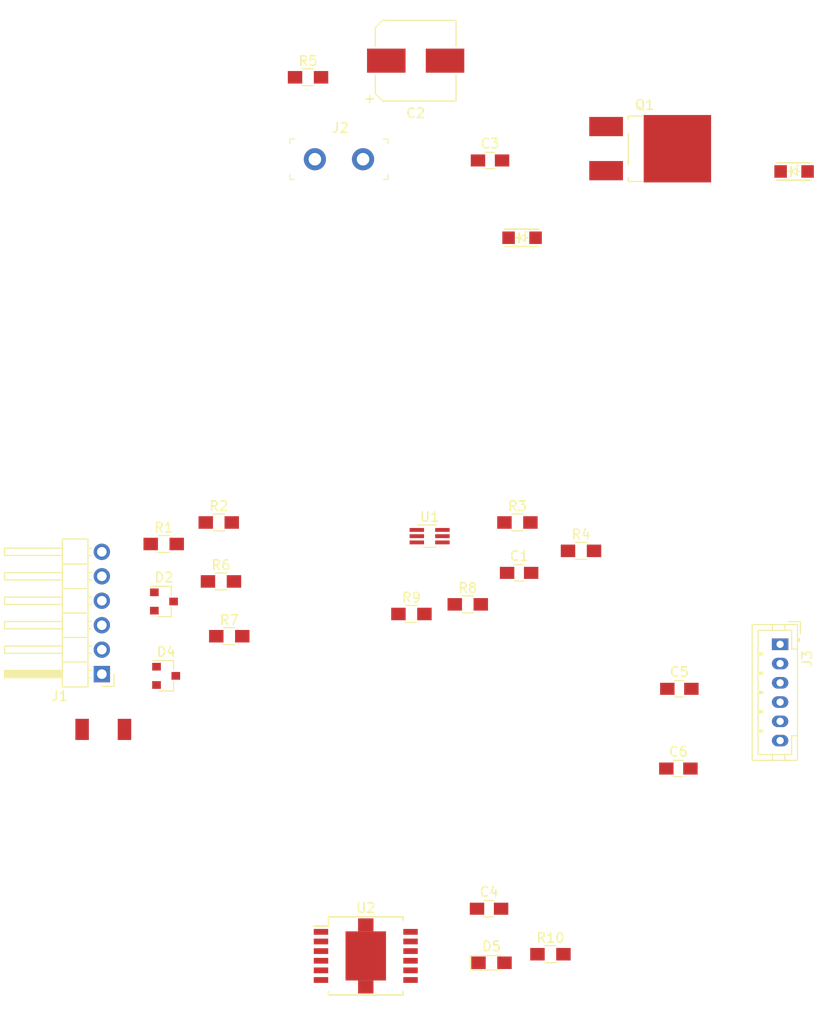
<source format=kicad_pcb>
(kicad_pcb (version 20171130) (host pcbnew "(5.1.0)-1")

  (general
    (thickness 1.6)
    (drawings 0)
    (tracks 0)
    (zones 0)
    (modules 28)
    (nets 20)
  )

  (page A4)
  (layers
    (0 F.Cu signal)
    (31 B.Cu signal)
    (32 B.Adhes user)
    (33 F.Adhes user)
    (34 B.Paste user)
    (35 F.Paste user)
    (36 B.SilkS user)
    (37 F.SilkS user)
    (38 B.Mask user)
    (39 F.Mask user)
    (40 Dwgs.User user)
    (41 Cmts.User user)
    (42 Eco1.User user)
    (43 Eco2.User user)
    (44 Edge.Cuts user)
    (45 Margin user)
    (46 B.CrtYd user)
    (47 F.CrtYd user)
    (48 B.Fab user)
    (49 F.Fab user)
  )

  (setup
    (last_trace_width 0.25)
    (trace_clearance 0.2)
    (zone_clearance 0.508)
    (zone_45_only no)
    (trace_min 0.2)
    (via_size 0.8)
    (via_drill 0.4)
    (via_min_size 0.4)
    (via_min_drill 0.3)
    (uvia_size 0.3)
    (uvia_drill 0.1)
    (uvias_allowed no)
    (uvia_min_size 0.2)
    (uvia_min_drill 0.1)
    (edge_width 0.05)
    (segment_width 0.2)
    (pcb_text_width 0.3)
    (pcb_text_size 1.5 1.5)
    (mod_edge_width 0.12)
    (mod_text_size 1 1)
    (mod_text_width 0.15)
    (pad_size 1.524 1.524)
    (pad_drill 0.762)
    (pad_to_mask_clearance 0.051)
    (solder_mask_min_width 0.25)
    (aux_axis_origin 0 0)
    (visible_elements 7FFFF7FF)
    (pcbplotparams
      (layerselection 0x010fc_ffffffff)
      (usegerberextensions false)
      (usegerberattributes false)
      (usegerberadvancedattributes false)
      (creategerberjobfile false)
      (excludeedgelayer true)
      (linewidth 0.100000)
      (plotframeref false)
      (viasonmask false)
      (mode 1)
      (useauxorigin false)
      (hpglpennumber 1)
      (hpglpenspeed 20)
      (hpglpendiameter 15.000000)
      (psnegative false)
      (psa4output false)
      (plotreference true)
      (plotvalue true)
      (plotinvisibletext false)
      (padsonsilk false)
      (subtractmaskfromsilk false)
      (outputformat 1)
      (mirror false)
      (drillshape 1)
      (scaleselection 1)
      (outputdirectory ""))
  )

  (net 0 "")
  (net 1 GND)
  (net 2 VPP)
  (net 3 "Net-(C2-Pad1)")
  (net 4 "Net-(C5-Pad1)")
  (net 5 "Net-(C6-Pad1)")
  (net 6 "Net-(D2-Pad3)")
  (net 7 "Net-(D4-Pad3)")
  (net 8 "Net-(D5-Pad2)")
  (net 9 "Net-(D5-Pad1)")
  (net 10 "Net-(J1-Pad4)")
  (net 11 "Net-(J1-Pad3)")
  (net 12 "Net-(J1-Pad2)")
  (net 13 "Net-(J1-Pad1)")
  (net 14 "Net-(J2-Pad1)")
  (net 15 SB_IN)
  (net 16 SA_IN)
  (net 17 "Net-(D1-Pad2)")
  (net 18 "Net-(R3-Pad1)")
  (net 19 "Net-(R4-Pad1)")

  (net_class Default "Ceci est la Netclass par défaut."
    (clearance 0.2)
    (trace_width 0.25)
    (via_dia 0.8)
    (via_drill 0.4)
    (uvia_dia 0.3)
    (uvia_drill 0.1)
    (add_net GND)
    (add_net "Net-(C2-Pad1)")
    (add_net "Net-(C5-Pad1)")
    (add_net "Net-(C6-Pad1)")
    (add_net "Net-(D1-Pad2)")
    (add_net "Net-(D2-Pad3)")
    (add_net "Net-(D4-Pad3)")
    (add_net "Net-(D5-Pad1)")
    (add_net "Net-(D5-Pad2)")
    (add_net "Net-(J1-Pad1)")
    (add_net "Net-(J1-Pad2)")
    (add_net "Net-(J1-Pad3)")
    (add_net "Net-(J1-Pad4)")
    (add_net "Net-(J2-Pad1)")
    (add_net "Net-(R3-Pad1)")
    (add_net "Net-(R4-Pad1)")
    (add_net SA_IN)
    (add_net SB_IN)
    (add_net VPP)
  )

  (module Capacitors_SMD:C_0805_HandSoldering (layer F.Cu) (tedit 58AA84A8) (tstamp 5CBA5E5A)
    (at 181.2798 87.7062)
    (descr "Capacitor SMD 0805, hand soldering")
    (tags "capacitor 0805")
    (path /5CBC3E86)
    (attr smd)
    (fp_text reference C1 (at 0 -1.75) (layer F.SilkS)
      (effects (font (size 1 1) (thickness 0.15)))
    )
    (fp_text value 0.1u (at 0 1.75) (layer F.Fab)
      (effects (font (size 1 1) (thickness 0.15)))
    )
    (fp_line (start 2.25 0.87) (end -2.25 0.87) (layer F.CrtYd) (width 0.05))
    (fp_line (start 2.25 0.87) (end 2.25 -0.88) (layer F.CrtYd) (width 0.05))
    (fp_line (start -2.25 -0.88) (end -2.25 0.87) (layer F.CrtYd) (width 0.05))
    (fp_line (start -2.25 -0.88) (end 2.25 -0.88) (layer F.CrtYd) (width 0.05))
    (fp_line (start -0.5 0.85) (end 0.5 0.85) (layer F.SilkS) (width 0.12))
    (fp_line (start 0.5 -0.85) (end -0.5 -0.85) (layer F.SilkS) (width 0.12))
    (fp_line (start -1 -0.62) (end 1 -0.62) (layer F.Fab) (width 0.1))
    (fp_line (start 1 -0.62) (end 1 0.62) (layer F.Fab) (width 0.1))
    (fp_line (start 1 0.62) (end -1 0.62) (layer F.Fab) (width 0.1))
    (fp_line (start -1 0.62) (end -1 -0.62) (layer F.Fab) (width 0.1))
    (fp_text user %R (at 0 -1.75) (layer F.Fab)
      (effects (font (size 1 1) (thickness 0.15)))
    )
    (pad 2 smd rect (at 1.25 0) (size 1.5 1.25) (layers F.Cu F.Paste F.Mask)
      (net 1 GND))
    (pad 1 smd rect (at -1.25 0) (size 1.5 1.25) (layers F.Cu F.Paste F.Mask)
      (net 2 VPP))
    (model Capacitors_SMD.3dshapes/C_0805.wrl
      (at (xyz 0 0 0))
      (scale (xyz 1 1 1))
      (rotate (xyz 0 0 0))
    )
  )

  (module Capacitors_SMD:CP_Elec_8x10 (layer F.Cu) (tedit 58AA9153) (tstamp 5CBA5E76)
    (at 170.5356 34.5186)
    (descr "SMT capacitor, aluminium electrolytic, 8x10")
    (path /5CB4BB37)
    (attr smd)
    (fp_text reference C2 (at 0 5.45) (layer F.SilkS)
      (effects (font (size 1 1) (thickness 0.15)))
    )
    (fp_text value 100u (at 0 -5.45) (layer F.Fab)
      (effects (font (size 1 1) (thickness 0.15)))
    )
    (fp_line (start 5.3 4.29) (end -5.3 4.29) (layer F.CrtYd) (width 0.05))
    (fp_line (start 5.3 4.29) (end 5.3 -4.29) (layer F.CrtYd) (width 0.05))
    (fp_line (start -5.3 -4.29) (end -5.3 4.29) (layer F.CrtYd) (width 0.05))
    (fp_line (start -5.3 -4.29) (end 5.3 -4.29) (layer F.CrtYd) (width 0.05))
    (fp_line (start -3.43 -4.19) (end 4.19 -4.19) (layer F.SilkS) (width 0.12))
    (fp_line (start -4.19 -3.43) (end -3.43 -4.19) (layer F.SilkS) (width 0.12))
    (fp_line (start -3.43 4.19) (end -4.19 3.43) (layer F.SilkS) (width 0.12))
    (fp_line (start 4.19 4.19) (end -3.43 4.19) (layer F.SilkS) (width 0.12))
    (fp_line (start -4.19 3.43) (end -4.19 1.51) (layer F.SilkS) (width 0.12))
    (fp_line (start -4.19 -3.43) (end -4.19 -1.51) (layer F.SilkS) (width 0.12))
    (fp_line (start 4.19 -4.19) (end 4.19 -1.51) (layer F.SilkS) (width 0.12))
    (fp_line (start 4.19 4.19) (end 4.19 1.51) (layer F.SilkS) (width 0.12))
    (fp_line (start 4.04 -4.04) (end -3.37 -4.04) (layer F.Fab) (width 0.1))
    (fp_line (start -3.37 -4.04) (end -4.04 -3.37) (layer F.Fab) (width 0.1))
    (fp_line (start -4.04 -3.37) (end -4.04 3.37) (layer F.Fab) (width 0.1))
    (fp_line (start -4.04 3.37) (end -3.37 4.04) (layer F.Fab) (width 0.1))
    (fp_line (start -3.37 4.04) (end 4.04 4.04) (layer F.Fab) (width 0.1))
    (fp_line (start 4.04 4.04) (end 4.04 -4.04) (layer F.Fab) (width 0.1))
    (fp_text user %R (at 0 5.45) (layer F.Fab)
      (effects (font (size 1 1) (thickness 0.15)))
    )
    (fp_text user + (at -4.78 3.9) (layer F.SilkS)
      (effects (font (size 1 1) (thickness 0.15)))
    )
    (fp_text user + (at -2.31 -0.08) (layer F.Fab)
      (effects (font (size 1 1) (thickness 0.15)))
    )
    (fp_circle (center 0 0) (end -0.6 3.9) (layer F.Fab) (width 0.1))
    (pad 2 smd rect (at 3.05 0 180) (size 4 2.5) (layers F.Cu F.Paste F.Mask)
      (net 1 GND))
    (pad 1 smd rect (at -3.05 0 180) (size 4 2.5) (layers F.Cu F.Paste F.Mask)
      (net 3 "Net-(C2-Pad1)"))
    (model Capacitors_SMD.3dshapes/CP_Elec_8x10.wrl
      (at (xyz 0 0 0))
      (scale (xyz 1 1 1))
      (rotate (xyz 0 0 180))
    )
  )

  (module Capacitors_SMD:C_0805_HandSoldering (layer F.Cu) (tedit 58AA84A8) (tstamp 5CBA5E87)
    (at 178.2572 44.8818)
    (descr "Capacitor SMD 0805, hand soldering")
    (tags "capacitor 0805")
    (path /5CB4B3C0)
    (attr smd)
    (fp_text reference C3 (at 0 -1.75) (layer F.SilkS)
      (effects (font (size 1 1) (thickness 0.15)))
    )
    (fp_text value 0.1u (at 0 1.75) (layer F.Fab)
      (effects (font (size 1 1) (thickness 0.15)))
    )
    (fp_line (start 2.25 0.87) (end -2.25 0.87) (layer F.CrtYd) (width 0.05))
    (fp_line (start 2.25 0.87) (end 2.25 -0.88) (layer F.CrtYd) (width 0.05))
    (fp_line (start -2.25 -0.88) (end -2.25 0.87) (layer F.CrtYd) (width 0.05))
    (fp_line (start -2.25 -0.88) (end 2.25 -0.88) (layer F.CrtYd) (width 0.05))
    (fp_line (start -0.5 0.85) (end 0.5 0.85) (layer F.SilkS) (width 0.12))
    (fp_line (start 0.5 -0.85) (end -0.5 -0.85) (layer F.SilkS) (width 0.12))
    (fp_line (start -1 -0.62) (end 1 -0.62) (layer F.Fab) (width 0.1))
    (fp_line (start 1 -0.62) (end 1 0.62) (layer F.Fab) (width 0.1))
    (fp_line (start 1 0.62) (end -1 0.62) (layer F.Fab) (width 0.1))
    (fp_line (start -1 0.62) (end -1 -0.62) (layer F.Fab) (width 0.1))
    (fp_text user %R (at 0 -1.75) (layer F.Fab)
      (effects (font (size 1 1) (thickness 0.15)))
    )
    (pad 2 smd rect (at 1.25 0) (size 1.5 1.25) (layers F.Cu F.Paste F.Mask)
      (net 1 GND))
    (pad 1 smd rect (at -1.25 0) (size 1.5 1.25) (layers F.Cu F.Paste F.Mask)
      (net 3 "Net-(C2-Pad1)"))
    (model Capacitors_SMD.3dshapes/C_0805.wrl
      (at (xyz 0 0 0))
      (scale (xyz 1 1 1))
      (rotate (xyz 0 0 0))
    )
  )

  (module Capacitors_SMD:C_0805_HandSoldering (layer F.Cu) (tedit 58AA84A8) (tstamp 5CBA5E98)
    (at 178.1556 122.5804)
    (descr "Capacitor SMD 0805, hand soldering")
    (tags "capacitor 0805")
    (path /5CBCFDF8)
    (attr smd)
    (fp_text reference C4 (at 0 -1.75) (layer F.SilkS)
      (effects (font (size 1 1) (thickness 0.15)))
    )
    (fp_text value 0.1u (at 0 1.75) (layer F.Fab)
      (effects (font (size 1 1) (thickness 0.15)))
    )
    (fp_text user %R (at 0 -1.75) (layer F.Fab)
      (effects (font (size 1 1) (thickness 0.15)))
    )
    (fp_line (start -1 0.62) (end -1 -0.62) (layer F.Fab) (width 0.1))
    (fp_line (start 1 0.62) (end -1 0.62) (layer F.Fab) (width 0.1))
    (fp_line (start 1 -0.62) (end 1 0.62) (layer F.Fab) (width 0.1))
    (fp_line (start -1 -0.62) (end 1 -0.62) (layer F.Fab) (width 0.1))
    (fp_line (start 0.5 -0.85) (end -0.5 -0.85) (layer F.SilkS) (width 0.12))
    (fp_line (start -0.5 0.85) (end 0.5 0.85) (layer F.SilkS) (width 0.12))
    (fp_line (start -2.25 -0.88) (end 2.25 -0.88) (layer F.CrtYd) (width 0.05))
    (fp_line (start -2.25 -0.88) (end -2.25 0.87) (layer F.CrtYd) (width 0.05))
    (fp_line (start 2.25 0.87) (end 2.25 -0.88) (layer F.CrtYd) (width 0.05))
    (fp_line (start 2.25 0.87) (end -2.25 0.87) (layer F.CrtYd) (width 0.05))
    (pad 1 smd rect (at -1.25 0) (size 1.5 1.25) (layers F.Cu F.Paste F.Mask)
      (net 2 VPP))
    (pad 2 smd rect (at 1.25 0) (size 1.5 1.25) (layers F.Cu F.Paste F.Mask)
      (net 1 GND))
    (model Capacitors_SMD.3dshapes/C_0805.wrl
      (at (xyz 0 0 0))
      (scale (xyz 1 1 1))
      (rotate (xyz 0 0 0))
    )
  )

  (module Capacitors_SMD:C_0805_HandSoldering (layer F.Cu) (tedit 58AA84A8) (tstamp 5CBA5EA9)
    (at 197.9168 99.7458)
    (descr "Capacitor SMD 0805, hand soldering")
    (tags "capacitor 0805")
    (path /5CB5A23D)
    (attr smd)
    (fp_text reference C5 (at 0 -1.75) (layer F.SilkS)
      (effects (font (size 1 1) (thickness 0.15)))
    )
    (fp_text value 10n (at 0 1.75) (layer F.Fab)
      (effects (font (size 1 1) (thickness 0.15)))
    )
    (fp_line (start 2.25 0.87) (end -2.25 0.87) (layer F.CrtYd) (width 0.05))
    (fp_line (start 2.25 0.87) (end 2.25 -0.88) (layer F.CrtYd) (width 0.05))
    (fp_line (start -2.25 -0.88) (end -2.25 0.87) (layer F.CrtYd) (width 0.05))
    (fp_line (start -2.25 -0.88) (end 2.25 -0.88) (layer F.CrtYd) (width 0.05))
    (fp_line (start -0.5 0.85) (end 0.5 0.85) (layer F.SilkS) (width 0.12))
    (fp_line (start 0.5 -0.85) (end -0.5 -0.85) (layer F.SilkS) (width 0.12))
    (fp_line (start -1 -0.62) (end 1 -0.62) (layer F.Fab) (width 0.1))
    (fp_line (start 1 -0.62) (end 1 0.62) (layer F.Fab) (width 0.1))
    (fp_line (start 1 0.62) (end -1 0.62) (layer F.Fab) (width 0.1))
    (fp_line (start -1 0.62) (end -1 -0.62) (layer F.Fab) (width 0.1))
    (fp_text user %R (at 0 -1.75) (layer F.Fab)
      (effects (font (size 1 1) (thickness 0.15)))
    )
    (pad 2 smd rect (at 1.25 0) (size 1.5 1.25) (layers F.Cu F.Paste F.Mask)
      (net 1 GND))
    (pad 1 smd rect (at -1.25 0) (size 1.5 1.25) (layers F.Cu F.Paste F.Mask)
      (net 4 "Net-(C5-Pad1)"))
    (model Capacitors_SMD.3dshapes/C_0805.wrl
      (at (xyz 0 0 0))
      (scale (xyz 1 1 1))
      (rotate (xyz 0 0 0))
    )
  )

  (module Capacitors_SMD:C_0805_HandSoldering (layer F.Cu) (tedit 58AA84A8) (tstamp 5CBA5EBA)
    (at 197.8152 108.0262)
    (descr "Capacitor SMD 0805, hand soldering")
    (tags "capacitor 0805")
    (path /5CB5A8CD)
    (attr smd)
    (fp_text reference C6 (at 0 -1.75) (layer F.SilkS)
      (effects (font (size 1 1) (thickness 0.15)))
    )
    (fp_text value 10n (at 0 1.75) (layer F.Fab)
      (effects (font (size 1 1) (thickness 0.15)))
    )
    (fp_text user %R (at 0 -1.75) (layer F.Fab)
      (effects (font (size 1 1) (thickness 0.15)))
    )
    (fp_line (start -1 0.62) (end -1 -0.62) (layer F.Fab) (width 0.1))
    (fp_line (start 1 0.62) (end -1 0.62) (layer F.Fab) (width 0.1))
    (fp_line (start 1 -0.62) (end 1 0.62) (layer F.Fab) (width 0.1))
    (fp_line (start -1 -0.62) (end 1 -0.62) (layer F.Fab) (width 0.1))
    (fp_line (start 0.5 -0.85) (end -0.5 -0.85) (layer F.SilkS) (width 0.12))
    (fp_line (start -0.5 0.85) (end 0.5 0.85) (layer F.SilkS) (width 0.12))
    (fp_line (start -2.25 -0.88) (end 2.25 -0.88) (layer F.CrtYd) (width 0.05))
    (fp_line (start -2.25 -0.88) (end -2.25 0.87) (layer F.CrtYd) (width 0.05))
    (fp_line (start 2.25 0.87) (end 2.25 -0.88) (layer F.CrtYd) (width 0.05))
    (fp_line (start 2.25 0.87) (end -2.25 0.87) (layer F.CrtYd) (width 0.05))
    (pad 1 smd rect (at -1.25 0) (size 1.5 1.25) (layers F.Cu F.Paste F.Mask)
      (net 5 "Net-(C6-Pad1)"))
    (pad 2 smd rect (at 1.25 0) (size 1.5 1.25) (layers F.Cu F.Paste F.Mask)
      (net 1 GND))
    (model Capacitors_SMD.3dshapes/C_0805.wrl
      (at (xyz 0 0 0))
      (scale (xyz 1 1 1))
      (rotate (xyz 0 0 0))
    )
  )

  (module kicad-libraries:SOD-123F (layer F.Cu) (tedit 57341E87) (tstamp 5CBA5ECC)
    (at 209.8324 46.0248)
    (descr SOD-123F)
    (tags SOD-123F)
    (path /5CB6632A)
    (attr smd)
    (fp_text reference D1 (at 0.4 -0.6) (layer F.SilkS)
      (effects (font (size 0.15 0.15) (thickness 0.0375)))
    )
    (fp_text value BZT52B10 (at 0.3 0.7) (layer F.Fab)
      (effects (font (size 0.15 0.15) (thickness 0.0375)))
    )
    (fp_line (start -1.8 -0.9) (end 1.74 -0.9) (layer F.SilkS) (width 0.15))
    (fp_line (start -1.8 0.9) (end 1.74 0.9) (layer F.SilkS) (width 0.15))
    (fp_line (start -2.25 -1.05) (end -2.25 1.05) (layer F.CrtYd) (width 0.05))
    (fp_line (start 2.25 1.05) (end -2.25 1.05) (layer F.CrtYd) (width 0.05))
    (fp_line (start 2.25 -1.05) (end 2.25 1.05) (layer F.CrtYd) (width 0.05))
    (fp_line (start -2.25 -1.05) (end 2.25 -1.05) (layer F.CrtYd) (width 0.05))
    (fp_line (start -0.3175 -0.508) (end -0.3175 0.508) (layer F.SilkS) (width 0.15))
    (fp_line (start 0.3175 0.381) (end -0.3175 0) (layer F.SilkS) (width 0.15))
    (fp_line (start 0.3175 -0.381) (end 0.3175 0.381) (layer F.SilkS) (width 0.15))
    (fp_line (start -0.3175 0) (end 0.3175 -0.381) (layer F.SilkS) (width 0.15))
    (fp_line (start -0.6985 0) (end -0.3175 0) (layer F.SilkS) (width 0.15))
    (fp_line (start 0.3175 0) (end 0.6985 0) (layer F.SilkS) (width 0.15))
    (pad 1 smd rect (at 1.4 0) (size 1.3 1.3) (layers F.Cu F.Paste F.Mask)
      (net 3 "Net-(C2-Pad1)"))
    (pad 2 smd rect (at -1.4 0) (size 1.3 1.3) (layers F.Cu F.Paste F.Mask)
      (net 17 "Net-(D1-Pad2)"))
  )

  (module TO_SOT_Packages_SMD:SOT-23 (layer F.Cu) (tedit 58CE4E7E) (tstamp 5CBA71C0)
    (at 144.399 90.678)
    (descr "SOT-23, Standard")
    (tags SOT-23)
    (path /5CBA67A2)
    (attr smd)
    (fp_text reference D2 (at 0 -2.5) (layer F.SilkS)
      (effects (font (size 1 1) (thickness 0.15)))
    )
    (fp_text value BAT54S (at 0 2.5) (layer F.Fab)
      (effects (font (size 1 1) (thickness 0.15)))
    )
    (fp_text user %R (at 0 0 90) (layer F.Fab)
      (effects (font (size 0.5 0.5) (thickness 0.075)))
    )
    (fp_line (start -0.7 -0.95) (end -0.7 1.5) (layer F.Fab) (width 0.1))
    (fp_line (start -0.15 -1.52) (end 0.7 -1.52) (layer F.Fab) (width 0.1))
    (fp_line (start -0.7 -0.95) (end -0.15 -1.52) (layer F.Fab) (width 0.1))
    (fp_line (start 0.7 -1.52) (end 0.7 1.52) (layer F.Fab) (width 0.1))
    (fp_line (start -0.7 1.52) (end 0.7 1.52) (layer F.Fab) (width 0.1))
    (fp_line (start 0.76 1.58) (end 0.76 0.65) (layer F.SilkS) (width 0.12))
    (fp_line (start 0.76 -1.58) (end 0.76 -0.65) (layer F.SilkS) (width 0.12))
    (fp_line (start -1.7 -1.75) (end 1.7 -1.75) (layer F.CrtYd) (width 0.05))
    (fp_line (start 1.7 -1.75) (end 1.7 1.75) (layer F.CrtYd) (width 0.05))
    (fp_line (start 1.7 1.75) (end -1.7 1.75) (layer F.CrtYd) (width 0.05))
    (fp_line (start -1.7 1.75) (end -1.7 -1.75) (layer F.CrtYd) (width 0.05))
    (fp_line (start 0.76 -1.58) (end -1.4 -1.58) (layer F.SilkS) (width 0.12))
    (fp_line (start 0.76 1.58) (end -0.7 1.58) (layer F.SilkS) (width 0.12))
    (pad 1 smd rect (at -1 -0.95) (size 0.9 0.8) (layers F.Cu F.Paste F.Mask)
      (net 1 GND))
    (pad 2 smd rect (at -1 0.95) (size 0.9 0.8) (layers F.Cu F.Paste F.Mask)
      (net 2 VPP))
    (pad 3 smd rect (at 1 0) (size 0.9 0.8) (layers F.Cu F.Paste F.Mask)
      (net 6 "Net-(D2-Pad3)"))
    (model ${KISYS3DMOD}/TO_SOT_Packages_SMD.3dshapes/SOT-23.wrl
      (at (xyz 0 0 0))
      (scale (xyz 1 1 1))
      (rotate (xyz 0 0 0))
    )
  )

  (module kicad-libraries:SOD-123F (layer F.Cu) (tedit 57341E87) (tstamp 5CBA5EF3)
    (at 181.5846 52.9082)
    (descr SOD-123F)
    (tags SOD-123F)
    (path /5CB6987F)
    (attr smd)
    (fp_text reference D3 (at 0.4 -0.6) (layer F.SilkS)
      (effects (font (size 0.15 0.15) (thickness 0.0375)))
    )
    (fp_text value BZT52B43 (at 0.3 0.7) (layer F.Fab)
      (effects (font (size 0.15 0.15) (thickness 0.0375)))
    )
    (fp_line (start 0.3175 0) (end 0.6985 0) (layer F.SilkS) (width 0.15))
    (fp_line (start -0.6985 0) (end -0.3175 0) (layer F.SilkS) (width 0.15))
    (fp_line (start -0.3175 0) (end 0.3175 -0.381) (layer F.SilkS) (width 0.15))
    (fp_line (start 0.3175 -0.381) (end 0.3175 0.381) (layer F.SilkS) (width 0.15))
    (fp_line (start 0.3175 0.381) (end -0.3175 0) (layer F.SilkS) (width 0.15))
    (fp_line (start -0.3175 -0.508) (end -0.3175 0.508) (layer F.SilkS) (width 0.15))
    (fp_line (start -2.25 -1.05) (end 2.25 -1.05) (layer F.CrtYd) (width 0.05))
    (fp_line (start 2.25 -1.05) (end 2.25 1.05) (layer F.CrtYd) (width 0.05))
    (fp_line (start 2.25 1.05) (end -2.25 1.05) (layer F.CrtYd) (width 0.05))
    (fp_line (start -2.25 -1.05) (end -2.25 1.05) (layer F.CrtYd) (width 0.05))
    (fp_line (start -1.8 0.9) (end 1.74 0.9) (layer F.SilkS) (width 0.15))
    (fp_line (start -1.8 -0.9) (end 1.74 -0.9) (layer F.SilkS) (width 0.15))
    (pad 2 smd rect (at -1.4 0) (size 1.3 1.3) (layers F.Cu F.Paste F.Mask)
      (net 1 GND))
    (pad 1 smd rect (at 1.4 0) (size 1.3 1.3) (layers F.Cu F.Paste F.Mask)
      (net 3 "Net-(C2-Pad1)"))
  )

  (module TO_SOT_Packages_SMD:SOT-23 (layer F.Cu) (tedit 58CE4E7E) (tstamp 5CBA5F08)
    (at 144.6276 98.3996)
    (descr "SOT-23, Standard")
    (tags SOT-23)
    (path /5CBA963B)
    (attr smd)
    (fp_text reference D4 (at 0 -2.5) (layer F.SilkS)
      (effects (font (size 1 1) (thickness 0.15)))
    )
    (fp_text value BAT54S (at 0 2.5) (layer F.Fab)
      (effects (font (size 1 1) (thickness 0.15)))
    )
    (fp_line (start 0.76 1.58) (end -0.7 1.58) (layer F.SilkS) (width 0.12))
    (fp_line (start 0.76 -1.58) (end -1.4 -1.58) (layer F.SilkS) (width 0.12))
    (fp_line (start -1.7 1.75) (end -1.7 -1.75) (layer F.CrtYd) (width 0.05))
    (fp_line (start 1.7 1.75) (end -1.7 1.75) (layer F.CrtYd) (width 0.05))
    (fp_line (start 1.7 -1.75) (end 1.7 1.75) (layer F.CrtYd) (width 0.05))
    (fp_line (start -1.7 -1.75) (end 1.7 -1.75) (layer F.CrtYd) (width 0.05))
    (fp_line (start 0.76 -1.58) (end 0.76 -0.65) (layer F.SilkS) (width 0.12))
    (fp_line (start 0.76 1.58) (end 0.76 0.65) (layer F.SilkS) (width 0.12))
    (fp_line (start -0.7 1.52) (end 0.7 1.52) (layer F.Fab) (width 0.1))
    (fp_line (start 0.7 -1.52) (end 0.7 1.52) (layer F.Fab) (width 0.1))
    (fp_line (start -0.7 -0.95) (end -0.15 -1.52) (layer F.Fab) (width 0.1))
    (fp_line (start -0.15 -1.52) (end 0.7 -1.52) (layer F.Fab) (width 0.1))
    (fp_line (start -0.7 -0.95) (end -0.7 1.5) (layer F.Fab) (width 0.1))
    (fp_text user %R (at 0 0 90) (layer F.Fab)
      (effects (font (size 0.5 0.5) (thickness 0.075)))
    )
    (pad 3 smd rect (at 1 0) (size 0.9 0.8) (layers F.Cu F.Paste F.Mask)
      (net 7 "Net-(D4-Pad3)"))
    (pad 2 smd rect (at -1 0.95) (size 0.9 0.8) (layers F.Cu F.Paste F.Mask)
      (net 2 VPP))
    (pad 1 smd rect (at -1 -0.95) (size 0.9 0.8) (layers F.Cu F.Paste F.Mask)
      (net 1 GND))
    (model ${KISYS3DMOD}/TO_SOT_Packages_SMD.3dshapes/SOT-23.wrl
      (at (xyz 0 0 0))
      (scale (xyz 1 1 1))
      (rotate (xyz 0 0 0))
    )
  )

  (module LEDs:LED_0805_HandSoldering (layer F.Cu) (tedit 595FCA25) (tstamp 5CBA5F1D)
    (at 178.4096 128.1938)
    (descr "Resistor SMD 0805, hand soldering")
    (tags "resistor 0805")
    (path /5CB73B30)
    (attr smd)
    (fp_text reference D5 (at 0 -1.7) (layer F.SilkS)
      (effects (font (size 1 1) (thickness 0.15)))
    )
    (fp_text value 150080RS75000 (at 0 1.75) (layer F.Fab)
      (effects (font (size 1 1) (thickness 0.15)))
    )
    (fp_line (start -2.2 -0.75) (end -2.2 0.75) (layer F.SilkS) (width 0.12))
    (fp_line (start 2.35 0.9) (end -2.35 0.9) (layer F.CrtYd) (width 0.05))
    (fp_line (start 2.35 0.9) (end 2.35 -0.9) (layer F.CrtYd) (width 0.05))
    (fp_line (start -2.35 -0.9) (end -2.35 0.9) (layer F.CrtYd) (width 0.05))
    (fp_line (start -2.35 -0.9) (end 2.35 -0.9) (layer F.CrtYd) (width 0.05))
    (fp_line (start -2.2 -0.75) (end 1 -0.75) (layer F.SilkS) (width 0.12))
    (fp_line (start 1 0.75) (end -2.2 0.75) (layer F.SilkS) (width 0.12))
    (fp_line (start -1 -0.62) (end 1 -0.62) (layer F.Fab) (width 0.1))
    (fp_line (start 1 -0.62) (end 1 0.62) (layer F.Fab) (width 0.1))
    (fp_line (start 1 0.62) (end -1 0.62) (layer F.Fab) (width 0.1))
    (fp_line (start -1 0.62) (end -1 -0.62) (layer F.Fab) (width 0.1))
    (fp_line (start 0.2 -0.4) (end 0.2 0.4) (layer F.Fab) (width 0.1))
    (fp_line (start 0.2 0.4) (end -0.4 0) (layer F.Fab) (width 0.1))
    (fp_line (start -0.4 0) (end 0.2 -0.4) (layer F.Fab) (width 0.1))
    (fp_line (start -0.4 -0.4) (end -0.4 0.4) (layer F.Fab) (width 0.1))
    (pad 2 smd rect (at 1.35 0) (size 1.5 1.3) (layers F.Cu F.Paste F.Mask)
      (net 8 "Net-(D5-Pad2)"))
    (pad 1 smd rect (at -1.35 0) (size 1.5 1.3) (layers F.Cu F.Paste F.Mask)
      (net 9 "Net-(D5-Pad1)"))
    (model ${KISYS3DMOD}/LEDs.3dshapes/LED_0805.wrl
      (at (xyz 0 0 0))
      (scale (xyz 1 1 1))
      (rotate (xyz 0 0 0))
    )
  )

  (module kicad-libraries:SOD-128 (layer F.Cu) (tedit 58F7735C) (tstamp 5CBA5F2C)
    (at 138.0998 103.9622)
    (path /5CBD3663)
    (attr smd)
    (fp_text reference D6 (at 0.44 0.29) (layer F.Fab)
      (effects (font (size 0.2 0.2) (thickness 0.05)))
    )
    (fp_text value PDZVTFTR5.1B (at 0.52 -0.49) (layer F.Fab)
      (effects (font (size 0.2 0.2) (thickness 0.05)))
    )
    (fp_line (start -0.50038 1.39954) (end -0.50038 -1.39954) (layer F.Fab) (width 0.001))
    (fp_line (start -0.8001 1.39954) (end -0.8001 -1.39954) (layer F.Fab) (width 0.001))
    (fp_line (start -1.69926 1.39954) (end -1.69926 -1.39954) (layer F.Fab) (width 0.001))
    (fp_line (start -1.39954 -1.39954) (end -1.39954 1.39954) (layer F.Fab) (width 0.001))
    (fp_line (start -1.09982 1.39954) (end -1.09982 -1.39954) (layer F.Fab) (width 0.001))
    (fp_line (start -1.99898 -1.39954) (end 1.99898 -1.39954) (layer F.Fab) (width 0.001))
    (fp_line (start 1.99898 -1.39954) (end 1.99898 1.39954) (layer F.Fab) (width 0.001))
    (fp_line (start 1.99898 1.39954) (end -1.99898 1.39954) (layer F.Fab) (width 0.001))
    (fp_line (start -1.99898 1.39954) (end -1.99898 -1.39954) (layer F.Fab) (width 0.001))
    (pad 2 smd rect (at -2.19964 0) (size 1.39954 2.19964) (layers F.Cu F.Paste F.Mask)
      (net 1 GND))
    (pad 1 smd rect (at 2.19964 0) (size 1.39954 2.19964) (layers F.Cu F.Paste F.Mask)
      (net 2 VPP))
    (model Housing_SOT_SOD/SOD-128.wrl
      (at (xyz 0 0 0))
      (scale (xyz 1 1 1))
      (rotate (xyz 0 0 0))
    )
  )

  (module Pin_Headers:Pin_Header_Angled_1x06_Pitch2.54mm (layer F.Cu) (tedit 59650532) (tstamp 5CBA5F93)
    (at 137.9474 98.2218 180)
    (descr "Through hole angled pin header, 1x06, 2.54mm pitch, 6mm pin length, single row")
    (tags "Through hole angled pin header THT 1x06 2.54mm single row")
    (path /5CB389E2)
    (fp_text reference J1 (at 4.385 -2.27 180) (layer F.SilkS)
      (effects (font (size 1 1) (thickness 0.15)))
    )
    (fp_text value Conn_01x06 (at 4.385 14.97 180) (layer F.Fab)
      (effects (font (size 1 1) (thickness 0.15)))
    )
    (fp_text user %R (at 2.77 6.35) (layer F.Fab)
      (effects (font (size 1 1) (thickness 0.15)))
    )
    (fp_line (start 10.55 -1.8) (end -1.8 -1.8) (layer F.CrtYd) (width 0.05))
    (fp_line (start 10.55 14.5) (end 10.55 -1.8) (layer F.CrtYd) (width 0.05))
    (fp_line (start -1.8 14.5) (end 10.55 14.5) (layer F.CrtYd) (width 0.05))
    (fp_line (start -1.8 -1.8) (end -1.8 14.5) (layer F.CrtYd) (width 0.05))
    (fp_line (start -1.27 -1.27) (end 0 -1.27) (layer F.SilkS) (width 0.12))
    (fp_line (start -1.27 0) (end -1.27 -1.27) (layer F.SilkS) (width 0.12))
    (fp_line (start 1.042929 13.08) (end 1.44 13.08) (layer F.SilkS) (width 0.12))
    (fp_line (start 1.042929 12.32) (end 1.44 12.32) (layer F.SilkS) (width 0.12))
    (fp_line (start 10.1 13.08) (end 4.1 13.08) (layer F.SilkS) (width 0.12))
    (fp_line (start 10.1 12.32) (end 10.1 13.08) (layer F.SilkS) (width 0.12))
    (fp_line (start 4.1 12.32) (end 10.1 12.32) (layer F.SilkS) (width 0.12))
    (fp_line (start 1.44 11.43) (end 4.1 11.43) (layer F.SilkS) (width 0.12))
    (fp_line (start 1.042929 10.54) (end 1.44 10.54) (layer F.SilkS) (width 0.12))
    (fp_line (start 1.042929 9.78) (end 1.44 9.78) (layer F.SilkS) (width 0.12))
    (fp_line (start 10.1 10.54) (end 4.1 10.54) (layer F.SilkS) (width 0.12))
    (fp_line (start 10.1 9.78) (end 10.1 10.54) (layer F.SilkS) (width 0.12))
    (fp_line (start 4.1 9.78) (end 10.1 9.78) (layer F.SilkS) (width 0.12))
    (fp_line (start 1.44 8.89) (end 4.1 8.89) (layer F.SilkS) (width 0.12))
    (fp_line (start 1.042929 8) (end 1.44 8) (layer F.SilkS) (width 0.12))
    (fp_line (start 1.042929 7.24) (end 1.44 7.24) (layer F.SilkS) (width 0.12))
    (fp_line (start 10.1 8) (end 4.1 8) (layer F.SilkS) (width 0.12))
    (fp_line (start 10.1 7.24) (end 10.1 8) (layer F.SilkS) (width 0.12))
    (fp_line (start 4.1 7.24) (end 10.1 7.24) (layer F.SilkS) (width 0.12))
    (fp_line (start 1.44 6.35) (end 4.1 6.35) (layer F.SilkS) (width 0.12))
    (fp_line (start 1.042929 5.46) (end 1.44 5.46) (layer F.SilkS) (width 0.12))
    (fp_line (start 1.042929 4.7) (end 1.44 4.7) (layer F.SilkS) (width 0.12))
    (fp_line (start 10.1 5.46) (end 4.1 5.46) (layer F.SilkS) (width 0.12))
    (fp_line (start 10.1 4.7) (end 10.1 5.46) (layer F.SilkS) (width 0.12))
    (fp_line (start 4.1 4.7) (end 10.1 4.7) (layer F.SilkS) (width 0.12))
    (fp_line (start 1.44 3.81) (end 4.1 3.81) (layer F.SilkS) (width 0.12))
    (fp_line (start 1.042929 2.92) (end 1.44 2.92) (layer F.SilkS) (width 0.12))
    (fp_line (start 1.042929 2.16) (end 1.44 2.16) (layer F.SilkS) (width 0.12))
    (fp_line (start 10.1 2.92) (end 4.1 2.92) (layer F.SilkS) (width 0.12))
    (fp_line (start 10.1 2.16) (end 10.1 2.92) (layer F.SilkS) (width 0.12))
    (fp_line (start 4.1 2.16) (end 10.1 2.16) (layer F.SilkS) (width 0.12))
    (fp_line (start 1.44 1.27) (end 4.1 1.27) (layer F.SilkS) (width 0.12))
    (fp_line (start 1.11 0.38) (end 1.44 0.38) (layer F.SilkS) (width 0.12))
    (fp_line (start 1.11 -0.38) (end 1.44 -0.38) (layer F.SilkS) (width 0.12))
    (fp_line (start 4.1 0.28) (end 10.1 0.28) (layer F.SilkS) (width 0.12))
    (fp_line (start 4.1 0.16) (end 10.1 0.16) (layer F.SilkS) (width 0.12))
    (fp_line (start 4.1 0.04) (end 10.1 0.04) (layer F.SilkS) (width 0.12))
    (fp_line (start 4.1 -0.08) (end 10.1 -0.08) (layer F.SilkS) (width 0.12))
    (fp_line (start 4.1 -0.2) (end 10.1 -0.2) (layer F.SilkS) (width 0.12))
    (fp_line (start 4.1 -0.32) (end 10.1 -0.32) (layer F.SilkS) (width 0.12))
    (fp_line (start 10.1 0.38) (end 4.1 0.38) (layer F.SilkS) (width 0.12))
    (fp_line (start 10.1 -0.38) (end 10.1 0.38) (layer F.SilkS) (width 0.12))
    (fp_line (start 4.1 -0.38) (end 10.1 -0.38) (layer F.SilkS) (width 0.12))
    (fp_line (start 4.1 -1.33) (end 1.44 -1.33) (layer F.SilkS) (width 0.12))
    (fp_line (start 4.1 14.03) (end 4.1 -1.33) (layer F.SilkS) (width 0.12))
    (fp_line (start 1.44 14.03) (end 4.1 14.03) (layer F.SilkS) (width 0.12))
    (fp_line (start 1.44 -1.33) (end 1.44 14.03) (layer F.SilkS) (width 0.12))
    (fp_line (start 4.04 13.02) (end 10.04 13.02) (layer F.Fab) (width 0.1))
    (fp_line (start 10.04 12.38) (end 10.04 13.02) (layer F.Fab) (width 0.1))
    (fp_line (start 4.04 12.38) (end 10.04 12.38) (layer F.Fab) (width 0.1))
    (fp_line (start -0.32 13.02) (end 1.5 13.02) (layer F.Fab) (width 0.1))
    (fp_line (start -0.32 12.38) (end -0.32 13.02) (layer F.Fab) (width 0.1))
    (fp_line (start -0.32 12.38) (end 1.5 12.38) (layer F.Fab) (width 0.1))
    (fp_line (start 4.04 10.48) (end 10.04 10.48) (layer F.Fab) (width 0.1))
    (fp_line (start 10.04 9.84) (end 10.04 10.48) (layer F.Fab) (width 0.1))
    (fp_line (start 4.04 9.84) (end 10.04 9.84) (layer F.Fab) (width 0.1))
    (fp_line (start -0.32 10.48) (end 1.5 10.48) (layer F.Fab) (width 0.1))
    (fp_line (start -0.32 9.84) (end -0.32 10.48) (layer F.Fab) (width 0.1))
    (fp_line (start -0.32 9.84) (end 1.5 9.84) (layer F.Fab) (width 0.1))
    (fp_line (start 4.04 7.94) (end 10.04 7.94) (layer F.Fab) (width 0.1))
    (fp_line (start 10.04 7.3) (end 10.04 7.94) (layer F.Fab) (width 0.1))
    (fp_line (start 4.04 7.3) (end 10.04 7.3) (layer F.Fab) (width 0.1))
    (fp_line (start -0.32 7.94) (end 1.5 7.94) (layer F.Fab) (width 0.1))
    (fp_line (start -0.32 7.3) (end -0.32 7.94) (layer F.Fab) (width 0.1))
    (fp_line (start -0.32 7.3) (end 1.5 7.3) (layer F.Fab) (width 0.1))
    (fp_line (start 4.04 5.4) (end 10.04 5.4) (layer F.Fab) (width 0.1))
    (fp_line (start 10.04 4.76) (end 10.04 5.4) (layer F.Fab) (width 0.1))
    (fp_line (start 4.04 4.76) (end 10.04 4.76) (layer F.Fab) (width 0.1))
    (fp_line (start -0.32 5.4) (end 1.5 5.4) (layer F.Fab) (width 0.1))
    (fp_line (start -0.32 4.76) (end -0.32 5.4) (layer F.Fab) (width 0.1))
    (fp_line (start -0.32 4.76) (end 1.5 4.76) (layer F.Fab) (width 0.1))
    (fp_line (start 4.04 2.86) (end 10.04 2.86) (layer F.Fab) (width 0.1))
    (fp_line (start 10.04 2.22) (end 10.04 2.86) (layer F.Fab) (width 0.1))
    (fp_line (start 4.04 2.22) (end 10.04 2.22) (layer F.Fab) (width 0.1))
    (fp_line (start -0.32 2.86) (end 1.5 2.86) (layer F.Fab) (width 0.1))
    (fp_line (start -0.32 2.22) (end -0.32 2.86) (layer F.Fab) (width 0.1))
    (fp_line (start -0.32 2.22) (end 1.5 2.22) (layer F.Fab) (width 0.1))
    (fp_line (start 4.04 0.32) (end 10.04 0.32) (layer F.Fab) (width 0.1))
    (fp_line (start 10.04 -0.32) (end 10.04 0.32) (layer F.Fab) (width 0.1))
    (fp_line (start 4.04 -0.32) (end 10.04 -0.32) (layer F.Fab) (width 0.1))
    (fp_line (start -0.32 0.32) (end 1.5 0.32) (layer F.Fab) (width 0.1))
    (fp_line (start -0.32 -0.32) (end -0.32 0.32) (layer F.Fab) (width 0.1))
    (fp_line (start -0.32 -0.32) (end 1.5 -0.32) (layer F.Fab) (width 0.1))
    (fp_line (start 1.5 -0.635) (end 2.135 -1.27) (layer F.Fab) (width 0.1))
    (fp_line (start 1.5 13.97) (end 1.5 -0.635) (layer F.Fab) (width 0.1))
    (fp_line (start 4.04 13.97) (end 1.5 13.97) (layer F.Fab) (width 0.1))
    (fp_line (start 4.04 -1.27) (end 4.04 13.97) (layer F.Fab) (width 0.1))
    (fp_line (start 2.135 -1.27) (end 4.04 -1.27) (layer F.Fab) (width 0.1))
    (pad 6 thru_hole oval (at 0 12.7 180) (size 1.7 1.7) (drill 1) (layers *.Cu *.Mask)
      (net 1 GND))
    (pad 5 thru_hole oval (at 0 10.16 180) (size 1.7 1.7) (drill 1) (layers *.Cu *.Mask)
      (net 2 VPP))
    (pad 4 thru_hole oval (at 0 7.62 180) (size 1.7 1.7) (drill 1) (layers *.Cu *.Mask)
      (net 10 "Net-(J1-Pad4)"))
    (pad 3 thru_hole oval (at 0 5.08 180) (size 1.7 1.7) (drill 1) (layers *.Cu *.Mask)
      (net 11 "Net-(J1-Pad3)"))
    (pad 2 thru_hole oval (at 0 2.54 180) (size 1.7 1.7) (drill 1) (layers *.Cu *.Mask)
      (net 12 "Net-(J1-Pad2)"))
    (pad 1 thru_hole rect (at 0 0 180) (size 1.7 1.7) (drill 1) (layers *.Cu *.Mask)
      (net 13 "Net-(J1-Pad1)"))
    (model ${KISYS3DMOD}/Pin_Headers.3dshapes/Pin_Header_Angled_1x06_Pitch2.54mm.wrl
      (at (xyz 0 0 0))
      (scale (xyz 1 1 1))
      (rotate (xyz 0 0 0))
    )
  )

  (module digikey-footprints:Terminal_Block_D1.3mm_P5mm (layer F.Cu) (tedit 5A43C220) (tstamp 5CBA5FAA)
    (at 160.0708 44.7548)
    (descr https://media.digikey.com/pdf/Data%20Sheets/Phoenix%20Contact%20PDFs/1935161.pdf)
    (path /5CB3B9E3)
    (fp_text reference J2 (at 2.65 -3.25) (layer F.SilkS)
      (effects (font (size 1 1) (thickness 0.15)))
    )
    (fp_text value 1935161 (at 2.35 3.6) (layer F.Fab)
      (effects (font (size 1 1) (thickness 0.15)))
    )
    (fp_text user %R (at 2.3 0) (layer F.Fab)
      (effects (font (size 1 1) (thickness 0.15)))
    )
    (fp_line (start 7.75 -2.25) (end 7.75 2.25) (layer F.CrtYd) (width 0.05))
    (fp_line (start -2.75 2.25) (end 7.75 2.25) (layer F.CrtYd) (width 0.05))
    (fp_line (start -2.75 -2.25) (end -2.75 2.25) (layer F.CrtYd) (width 0.05))
    (fp_line (start -2.75 -2.25) (end 7.75 -2.25) (layer F.CrtYd) (width 0.05))
    (fp_line (start -2.6 -2.1) (end -2.6 -1.6) (layer F.SilkS) (width 0.1))
    (fp_line (start -2.6 -2.1) (end -2.1 -2.1) (layer F.SilkS) (width 0.1))
    (fp_line (start -2.6 2.1) (end -2.6 1.6) (layer F.SilkS) (width 0.1))
    (fp_line (start -2.6 2.1) (end -2.1 2.1) (layer F.SilkS) (width 0.1))
    (fp_line (start 7.6 2.1) (end 7.1 2.1) (layer F.SilkS) (width 0.1))
    (fp_line (start 7.6 2.1) (end 7.6 1.6) (layer F.SilkS) (width 0.1))
    (fp_line (start 7.6 -2.1) (end 7.6 -1.6) (layer F.SilkS) (width 0.1))
    (fp_line (start 7.6 -2.1) (end 7.1 -2.1) (layer F.SilkS) (width 0.1))
    (fp_line (start -2.5 2) (end 7.5 2) (layer F.Fab) (width 0.1))
    (fp_line (start 7.5 -2) (end 7.5 2) (layer F.Fab) (width 0.1))
    (fp_line (start -2.5 -2) (end -2.5 2) (layer F.Fab) (width 0.1))
    (fp_line (start -2.5 -2) (end 7.5 -2) (layer F.Fab) (width 0.1))
    (pad 1 thru_hole circle (at 0 0) (size 2.3 2.3) (drill 1.3) (layers *.Cu *.Mask)
      (net 14 "Net-(J2-Pad1)"))
    (pad 2 thru_hole circle (at 5 0) (size 2.3 2.3) (drill 1.3) (layers *.Cu *.Mask)
      (net 1 GND))
  )

  (module Connectors_JST:JST_PH_B6B-PH-K_06x2.00mm_Straight (layer F.Cu) (tedit 58D3FE4F) (tstamp 5CBA5FE8)
    (at 208.3816 95.123 270)
    (descr "JST PH series connector, B6B-PH-K, top entry type, through hole, Datasheet: http://www.jst-mfg.com/product/pdf/eng/ePH.pdf")
    (tags "connector jst ph")
    (path /5CB3ADF6)
    (fp_text reference J3 (at 1.5 -2.8 270) (layer F.SilkS)
      (effects (font (size 1 1) (thickness 0.15)))
    )
    (fp_text value "S6B-PH-K-S(LF)(SN)" (at 5 3.8 270) (layer F.Fab)
      (effects (font (size 1 1) (thickness 0.15)))
    )
    (fp_text user %R (at 5 1.5 270) (layer F.Fab)
      (effects (font (size 1 1) (thickness 0.15)))
    )
    (fp_line (start 12.45 -2.2) (end -2.45 -2.2) (layer F.CrtYd) (width 0.05))
    (fp_line (start 12.45 3.3) (end 12.45 -2.2) (layer F.CrtYd) (width 0.05))
    (fp_line (start -2.45 3.3) (end 12.45 3.3) (layer F.CrtYd) (width 0.05))
    (fp_line (start -2.45 -2.2) (end -2.45 3.3) (layer F.CrtYd) (width 0.05))
    (fp_line (start 11.95 -1.7) (end -1.95 -1.7) (layer F.Fab) (width 0.1))
    (fp_line (start 11.95 2.8) (end 11.95 -1.7) (layer F.Fab) (width 0.1))
    (fp_line (start -1.95 2.8) (end 11.95 2.8) (layer F.Fab) (width 0.1))
    (fp_line (start -1.95 -1.7) (end -1.95 2.8) (layer F.Fab) (width 0.1))
    (fp_line (start -2.35 -2.1) (end -2.35 -0.85) (layer F.Fab) (width 0.1))
    (fp_line (start -1.1 -2.1) (end -2.35 -2.1) (layer F.Fab) (width 0.1))
    (fp_line (start -2.35 -2.1) (end -2.35 -0.85) (layer F.SilkS) (width 0.12))
    (fp_line (start -1.1 -2.1) (end -2.35 -2.1) (layer F.SilkS) (width 0.12))
    (fp_line (start 9 2.3) (end 9 1.8) (layer F.SilkS) (width 0.12))
    (fp_line (start 9.1 1.8) (end 9.1 2.3) (layer F.SilkS) (width 0.12))
    (fp_line (start 8.9 1.8) (end 9.1 1.8) (layer F.SilkS) (width 0.12))
    (fp_line (start 8.9 2.3) (end 8.9 1.8) (layer F.SilkS) (width 0.12))
    (fp_line (start 7 2.3) (end 7 1.8) (layer F.SilkS) (width 0.12))
    (fp_line (start 7.1 1.8) (end 7.1 2.3) (layer F.SilkS) (width 0.12))
    (fp_line (start 6.9 1.8) (end 7.1 1.8) (layer F.SilkS) (width 0.12))
    (fp_line (start 6.9 2.3) (end 6.9 1.8) (layer F.SilkS) (width 0.12))
    (fp_line (start 5 2.3) (end 5 1.8) (layer F.SilkS) (width 0.12))
    (fp_line (start 5.1 1.8) (end 5.1 2.3) (layer F.SilkS) (width 0.12))
    (fp_line (start 4.9 1.8) (end 5.1 1.8) (layer F.SilkS) (width 0.12))
    (fp_line (start 4.9 2.3) (end 4.9 1.8) (layer F.SilkS) (width 0.12))
    (fp_line (start 3 2.3) (end 3 1.8) (layer F.SilkS) (width 0.12))
    (fp_line (start 3.1 1.8) (end 3.1 2.3) (layer F.SilkS) (width 0.12))
    (fp_line (start 2.9 1.8) (end 3.1 1.8) (layer F.SilkS) (width 0.12))
    (fp_line (start 2.9 2.3) (end 2.9 1.8) (layer F.SilkS) (width 0.12))
    (fp_line (start 1 2.3) (end 1 1.8) (layer F.SilkS) (width 0.12))
    (fp_line (start 1.1 1.8) (end 1.1 2.3) (layer F.SilkS) (width 0.12))
    (fp_line (start 0.9 1.8) (end 1.1 1.8) (layer F.SilkS) (width 0.12))
    (fp_line (start 0.9 2.3) (end 0.9 1.8) (layer F.SilkS) (width 0.12))
    (fp_line (start -0.3 -1.9) (end -0.6 -1.9) (layer F.SilkS) (width 0.12))
    (fp_line (start -0.6 -2) (end -0.6 -1.8) (layer F.SilkS) (width 0.12))
    (fp_line (start -0.3 -2) (end -0.6 -2) (layer F.SilkS) (width 0.12))
    (fp_line (start -0.3 -1.8) (end -0.3 -2) (layer F.SilkS) (width 0.12))
    (fp_line (start 12.05 0.8) (end 11.45 0.8) (layer F.SilkS) (width 0.12))
    (fp_line (start 12.05 -0.5) (end 11.45 -0.5) (layer F.SilkS) (width 0.12))
    (fp_line (start -2.05 0.8) (end -1.45 0.8) (layer F.SilkS) (width 0.12))
    (fp_line (start -2.05 -0.5) (end -1.45 -0.5) (layer F.SilkS) (width 0.12))
    (fp_line (start 9.5 -1.2) (end 9.5 -1.8) (layer F.SilkS) (width 0.12))
    (fp_line (start 11.45 -1.2) (end 9.5 -1.2) (layer F.SilkS) (width 0.12))
    (fp_line (start 11.45 2.3) (end 11.45 -1.2) (layer F.SilkS) (width 0.12))
    (fp_line (start -1.45 2.3) (end 11.45 2.3) (layer F.SilkS) (width 0.12))
    (fp_line (start -1.45 -1.2) (end -1.45 2.3) (layer F.SilkS) (width 0.12))
    (fp_line (start 0.5 -1.2) (end -1.45 -1.2) (layer F.SilkS) (width 0.12))
    (fp_line (start 0.5 -1.8) (end 0.5 -1.2) (layer F.SilkS) (width 0.12))
    (fp_line (start 12.05 -1.8) (end -2.05 -1.8) (layer F.SilkS) (width 0.12))
    (fp_line (start 12.05 2.9) (end 12.05 -1.8) (layer F.SilkS) (width 0.12))
    (fp_line (start -2.05 2.9) (end 12.05 2.9) (layer F.SilkS) (width 0.12))
    (fp_line (start -2.05 -1.8) (end -2.05 2.9) (layer F.SilkS) (width 0.12))
    (pad 6 thru_hole oval (at 10 0 270) (size 1.2 1.7) (drill 0.75) (layers *.Cu *.Mask)
      (net 4 "Net-(C5-Pad1)"))
    (pad 5 thru_hole oval (at 8 0 270) (size 1.2 1.7) (drill 0.75) (layers *.Cu *.Mask)
      (net 5 "Net-(C6-Pad1)"))
    (pad 4 thru_hole oval (at 6 0 270) (size 1.2 1.7) (drill 0.75) (layers *.Cu *.Mask)
      (net 2 VPP))
    (pad 3 thru_hole oval (at 4 0 270) (size 1.2 1.7) (drill 0.75) (layers *.Cu *.Mask)
      (net 1 GND))
    (pad 2 thru_hole oval (at 2 0 270) (size 1.2 1.7) (drill 0.75) (layers *.Cu *.Mask)
      (net 15 SB_IN))
    (pad 1 thru_hole rect (at 0 0 270) (size 1.2 1.7) (drill 0.75) (layers *.Cu *.Mask)
      (net 16 SA_IN))
    (model ${KISYS3DMOD}/Connectors_JST.3dshapes/JST_PH_B6B-PH-K_06x2.00mm_Straight.wrl
      (at (xyz 0 0 0))
      (scale (xyz 1 1 1))
      (rotate (xyz 0 0 0))
    )
  )

  (module TO_SOT_Packages_SMD:TO-252-2_Rectifier (layer F.Cu) (tedit 59007EE9) (tstamp 5CBA6006)
    (at 194.8886 43.6626)
    (descr TO-252-2)
    (tags "TO-252-2 Rectifier")
    (path /5CB47326)
    (attr smd)
    (fp_text reference Q1 (at -0.575 -4.55) (layer F.SilkS)
      (effects (font (size 1 1) (thickness 0.15)))
    )
    (fp_text value AOD407 (at -0.625 4.8) (layer F.Fab)
      (effects (font (size 1 1) (thickness 0.15)))
    )
    (fp_line (start -6.58 3.75) (end -6.58 -3.75) (layer F.CrtYd) (width 0.05))
    (fp_line (start -6.58 3.75) (end 6.58 3.75) (layer F.CrtYd) (width 0.05))
    (fp_line (start 6.58 -3.75) (end -6.58 -3.75) (layer F.CrtYd) (width 0.05))
    (fp_line (start 6.58 -3.75) (end 6.58 3.75) (layer F.CrtYd) (width 0.05))
    (fp_line (start -2.195 3.35) (end -2.195 -3.35) (layer F.Fab) (width 0.1))
    (fp_line (start 3.795 -3.35) (end -2.195 -3.35) (layer F.Fab) (width 0.1))
    (fp_line (start 3.795 3.35) (end 3.795 -3.35) (layer F.Fab) (width 0.1))
    (fp_line (start -2.195 3.35) (end 3.795 3.35) (layer F.Fab) (width 0.1))
    (fp_line (start -2.195 -2.87) (end -5.105 -2.87) (layer F.Fab) (width 0.1))
    (fp_line (start -5.105 -1.73) (end -2.195 -1.73) (layer F.Fab) (width 0.1))
    (fp_line (start -5.105 -2.87) (end -5.105 -1.73) (layer F.Fab) (width 0.1))
    (fp_line (start -5.105 1.73) (end -5.105 2.87) (layer F.Fab) (width 0.1))
    (fp_line (start -5.105 2.87) (end -2.195 2.87) (layer F.Fab) (width 0.1))
    (fp_line (start -2.195 1.73) (end -5.105 1.73) (layer F.Fab) (width 0.1))
    (fp_line (start 5.005 2.71) (end 3.795 2.71) (layer F.Fab) (width 0.1))
    (fp_line (start 5.005 -2.71) (end 5.005 2.71) (layer F.Fab) (width 0.1))
    (fp_line (start 3.805 -2.71) (end 5.005 -2.71) (layer F.Fab) (width 0.1))
    (fp_line (start -2.275 3.4) (end -2.275 3) (layer F.SilkS) (width 0.12))
    (fp_line (start -0.775 3.4) (end -2.275 3.4) (layer F.SilkS) (width 0.12))
    (fp_line (start -2.275 1.6) (end -2.275 -1.6) (layer F.SilkS) (width 0.12))
    (fp_line (start -2.275 -3.4) (end -0.775 -3.4) (layer F.SilkS) (width 0.12))
    (fp_line (start -2.275 -3.05) (end -2.275 -3.4) (layer F.SilkS) (width 0.12))
    (fp_text user %R (at -0.05 0) (layer F.Fab)
      (effects (font (size 1 1) (thickness 0.15)))
    )
    (pad 2 smd rect (at 2.825 0 270) (size 7 7) (layers F.Cu F.Paste F.Mask)
      (net 14 "Net-(J2-Pad1)"))
    (pad 3 smd rect (at -4.575 2.28 270) (size 2 3.5) (layers F.Cu F.Paste F.Mask)
      (net 3 "Net-(C2-Pad1)"))
    (pad 1 smd rect (at -4.575 -2.3 270) (size 2 3.5) (layers F.Cu F.Paste F.Mask)
      (net 17 "Net-(D1-Pad2)"))
    (model ${KISYS3DMOD}/TO_SOT_Packages_SMD.3dshapes\TO-252-2.wrl
      (at (xyz 0 0 0))
      (scale (xyz 1 1 1))
      (rotate (xyz 0 0 0))
    )
  )

  (module Resistors_SMD:R_0805_HandSoldering (layer F.Cu) (tedit 58E0A804) (tstamp 5CBA6017)
    (at 144.3736 84.709)
    (descr "Resistor SMD 0805, hand soldering")
    (tags "resistor 0805")
    (path /5CB7FDEB)
    (attr smd)
    (fp_text reference R1 (at 0 -1.7) (layer F.SilkS)
      (effects (font (size 1 1) (thickness 0.15)))
    )
    (fp_text value 10k (at 0 1.75) (layer F.Fab)
      (effects (font (size 1 1) (thickness 0.15)))
    )
    (fp_text user %R (at 0 0) (layer F.Fab)
      (effects (font (size 0.5 0.5) (thickness 0.075)))
    )
    (fp_line (start -1 0.62) (end -1 -0.62) (layer F.Fab) (width 0.1))
    (fp_line (start 1 0.62) (end -1 0.62) (layer F.Fab) (width 0.1))
    (fp_line (start 1 -0.62) (end 1 0.62) (layer F.Fab) (width 0.1))
    (fp_line (start -1 -0.62) (end 1 -0.62) (layer F.Fab) (width 0.1))
    (fp_line (start 0.6 0.88) (end -0.6 0.88) (layer F.SilkS) (width 0.12))
    (fp_line (start -0.6 -0.88) (end 0.6 -0.88) (layer F.SilkS) (width 0.12))
    (fp_line (start -2.35 -0.9) (end 2.35 -0.9) (layer F.CrtYd) (width 0.05))
    (fp_line (start -2.35 -0.9) (end -2.35 0.9) (layer F.CrtYd) (width 0.05))
    (fp_line (start 2.35 0.9) (end 2.35 -0.9) (layer F.CrtYd) (width 0.05))
    (fp_line (start 2.35 0.9) (end -2.35 0.9) (layer F.CrtYd) (width 0.05))
    (pad 1 smd rect (at -1.35 0) (size 1.5 1.3) (layers F.Cu F.Paste F.Mask)
      (net 12 "Net-(J1-Pad2)"))
    (pad 2 smd rect (at 1.35 0) (size 1.5 1.3) (layers F.Cu F.Paste F.Mask)
      (net 1 GND))
    (model ${KISYS3DMOD}/Resistors_SMD.3dshapes/R_0805.wrl
      (at (xyz 0 0 0))
      (scale (xyz 1 1 1))
      (rotate (xyz 0 0 0))
    )
  )

  (module Resistors_SMD:R_0805_HandSoldering (layer F.Cu) (tedit 58E0A804) (tstamp 5CBA6028)
    (at 150.0886 82.4738)
    (descr "Resistor SMD 0805, hand soldering")
    (tags "resistor 0805")
    (path /5CB80349)
    (attr smd)
    (fp_text reference R2 (at 0 -1.7) (layer F.SilkS)
      (effects (font (size 1 1) (thickness 0.15)))
    )
    (fp_text value 10k (at 0 1.75) (layer F.Fab)
      (effects (font (size 1 1) (thickness 0.15)))
    )
    (fp_line (start 2.35 0.9) (end -2.35 0.9) (layer F.CrtYd) (width 0.05))
    (fp_line (start 2.35 0.9) (end 2.35 -0.9) (layer F.CrtYd) (width 0.05))
    (fp_line (start -2.35 -0.9) (end -2.35 0.9) (layer F.CrtYd) (width 0.05))
    (fp_line (start -2.35 -0.9) (end 2.35 -0.9) (layer F.CrtYd) (width 0.05))
    (fp_line (start -0.6 -0.88) (end 0.6 -0.88) (layer F.SilkS) (width 0.12))
    (fp_line (start 0.6 0.88) (end -0.6 0.88) (layer F.SilkS) (width 0.12))
    (fp_line (start -1 -0.62) (end 1 -0.62) (layer F.Fab) (width 0.1))
    (fp_line (start 1 -0.62) (end 1 0.62) (layer F.Fab) (width 0.1))
    (fp_line (start 1 0.62) (end -1 0.62) (layer F.Fab) (width 0.1))
    (fp_line (start -1 0.62) (end -1 -0.62) (layer F.Fab) (width 0.1))
    (fp_text user %R (at 0 0) (layer F.Fab)
      (effects (font (size 0.5 0.5) (thickness 0.075)))
    )
    (pad 2 smd rect (at 1.35 0) (size 1.5 1.3) (layers F.Cu F.Paste F.Mask)
      (net 1 GND))
    (pad 1 smd rect (at -1.35 0) (size 1.5 1.3) (layers F.Cu F.Paste F.Mask)
      (net 13 "Net-(J1-Pad1)"))
    (model ${KISYS3DMOD}/Resistors_SMD.3dshapes/R_0805.wrl
      (at (xyz 0 0 0))
      (scale (xyz 1 1 1))
      (rotate (xyz 0 0 0))
    )
  )

  (module Resistors_SMD:R_0805_HandSoldering (layer F.Cu) (tedit 58E0A804) (tstamp 5CBA6039)
    (at 181.102 82.4738)
    (descr "Resistor SMD 0805, hand soldering")
    (tags "resistor 0805")
    (path /5CB39DB0)
    (attr smd)
    (fp_text reference R3 (at 0 -1.7) (layer F.SilkS)
      (effects (font (size 1 1) (thickness 0.15)))
    )
    (fp_text value 100 (at 0 1.75) (layer F.Fab)
      (effects (font (size 1 1) (thickness 0.15)))
    )
    (fp_line (start 2.35 0.9) (end -2.35 0.9) (layer F.CrtYd) (width 0.05))
    (fp_line (start 2.35 0.9) (end 2.35 -0.9) (layer F.CrtYd) (width 0.05))
    (fp_line (start -2.35 -0.9) (end -2.35 0.9) (layer F.CrtYd) (width 0.05))
    (fp_line (start -2.35 -0.9) (end 2.35 -0.9) (layer F.CrtYd) (width 0.05))
    (fp_line (start -0.6 -0.88) (end 0.6 -0.88) (layer F.SilkS) (width 0.12))
    (fp_line (start 0.6 0.88) (end -0.6 0.88) (layer F.SilkS) (width 0.12))
    (fp_line (start -1 -0.62) (end 1 -0.62) (layer F.Fab) (width 0.1))
    (fp_line (start 1 -0.62) (end 1 0.62) (layer F.Fab) (width 0.1))
    (fp_line (start 1 0.62) (end -1 0.62) (layer F.Fab) (width 0.1))
    (fp_line (start -1 0.62) (end -1 -0.62) (layer F.Fab) (width 0.1))
    (fp_text user %R (at 0 0) (layer F.Fab)
      (effects (font (size 0.5 0.5) (thickness 0.075)))
    )
    (pad 2 smd rect (at 1.35 0) (size 1.5 1.3) (layers F.Cu F.Paste F.Mask)
      (net 11 "Net-(J1-Pad3)"))
    (pad 1 smd rect (at -1.35 0) (size 1.5 1.3) (layers F.Cu F.Paste F.Mask)
      (net 18 "Net-(R3-Pad1)"))
    (model ${KISYS3DMOD}/Resistors_SMD.3dshapes/R_0805.wrl
      (at (xyz 0 0 0))
      (scale (xyz 1 1 1))
      (rotate (xyz 0 0 0))
    )
  )

  (module Resistors_SMD:R_0805_HandSoldering (layer F.Cu) (tedit 58E0A804) (tstamp 5CBA604A)
    (at 187.706 85.4202)
    (descr "Resistor SMD 0805, hand soldering")
    (tags "resistor 0805")
    (path /5CB45873)
    (attr smd)
    (fp_text reference R4 (at 0 -1.7) (layer F.SilkS)
      (effects (font (size 1 1) (thickness 0.15)))
    )
    (fp_text value 100 (at 0 1.75) (layer F.Fab)
      (effects (font (size 1 1) (thickness 0.15)))
    )
    (fp_text user %R (at 0 0) (layer F.Fab)
      (effects (font (size 0.5 0.5) (thickness 0.075)))
    )
    (fp_line (start -1 0.62) (end -1 -0.62) (layer F.Fab) (width 0.1))
    (fp_line (start 1 0.62) (end -1 0.62) (layer F.Fab) (width 0.1))
    (fp_line (start 1 -0.62) (end 1 0.62) (layer F.Fab) (width 0.1))
    (fp_line (start -1 -0.62) (end 1 -0.62) (layer F.Fab) (width 0.1))
    (fp_line (start 0.6 0.88) (end -0.6 0.88) (layer F.SilkS) (width 0.12))
    (fp_line (start -0.6 -0.88) (end 0.6 -0.88) (layer F.SilkS) (width 0.12))
    (fp_line (start -2.35 -0.9) (end 2.35 -0.9) (layer F.CrtYd) (width 0.05))
    (fp_line (start -2.35 -0.9) (end -2.35 0.9) (layer F.CrtYd) (width 0.05))
    (fp_line (start 2.35 0.9) (end 2.35 -0.9) (layer F.CrtYd) (width 0.05))
    (fp_line (start 2.35 0.9) (end -2.35 0.9) (layer F.CrtYd) (width 0.05))
    (pad 1 smd rect (at -1.35 0) (size 1.5 1.3) (layers F.Cu F.Paste F.Mask)
      (net 19 "Net-(R4-Pad1)"))
    (pad 2 smd rect (at 1.35 0) (size 1.5 1.3) (layers F.Cu F.Paste F.Mask)
      (net 10 "Net-(J1-Pad4)"))
    (model ${KISYS3DMOD}/Resistors_SMD.3dshapes/R_0805.wrl
      (at (xyz 0 0 0))
      (scale (xyz 1 1 1))
      (rotate (xyz 0 0 0))
    )
  )

  (module Resistors_SMD:R_0805_HandSoldering (layer F.Cu) (tedit 58E0A804) (tstamp 5CBA605B)
    (at 159.3596 36.2458)
    (descr "Resistor SMD 0805, hand soldering")
    (tags "resistor 0805")
    (path /5CB489E9)
    (attr smd)
    (fp_text reference R5 (at 0 -1.7) (layer F.SilkS)
      (effects (font (size 1 1) (thickness 0.15)))
    )
    (fp_text value 10k (at 0 1.75) (layer F.Fab)
      (effects (font (size 1 1) (thickness 0.15)))
    )
    (fp_text user %R (at 0 0) (layer F.Fab)
      (effects (font (size 0.5 0.5) (thickness 0.075)))
    )
    (fp_line (start -1 0.62) (end -1 -0.62) (layer F.Fab) (width 0.1))
    (fp_line (start 1 0.62) (end -1 0.62) (layer F.Fab) (width 0.1))
    (fp_line (start 1 -0.62) (end 1 0.62) (layer F.Fab) (width 0.1))
    (fp_line (start -1 -0.62) (end 1 -0.62) (layer F.Fab) (width 0.1))
    (fp_line (start 0.6 0.88) (end -0.6 0.88) (layer F.SilkS) (width 0.12))
    (fp_line (start -0.6 -0.88) (end 0.6 -0.88) (layer F.SilkS) (width 0.12))
    (fp_line (start -2.35 -0.9) (end 2.35 -0.9) (layer F.CrtYd) (width 0.05))
    (fp_line (start -2.35 -0.9) (end -2.35 0.9) (layer F.CrtYd) (width 0.05))
    (fp_line (start 2.35 0.9) (end 2.35 -0.9) (layer F.CrtYd) (width 0.05))
    (fp_line (start 2.35 0.9) (end -2.35 0.9) (layer F.CrtYd) (width 0.05))
    (pad 1 smd rect (at -1.35 0) (size 1.5 1.3) (layers F.Cu F.Paste F.Mask)
      (net 17 "Net-(D1-Pad2)"))
    (pad 2 smd rect (at 1.35 0) (size 1.5 1.3) (layers F.Cu F.Paste F.Mask)
      (net 1 GND))
    (model ${KISYS3DMOD}/Resistors_SMD.3dshapes/R_0805.wrl
      (at (xyz 0 0 0))
      (scale (xyz 1 1 1))
      (rotate (xyz 0 0 0))
    )
  )

  (module Resistors_SMD:R_0805_HandSoldering (layer F.Cu) (tedit 58E0A804) (tstamp 5CBA606C)
    (at 150.3172 88.5952)
    (descr "Resistor SMD 0805, hand soldering")
    (tags "resistor 0805")
    (path /5CBD58CE)
    (attr smd)
    (fp_text reference R6 (at 0 -1.7) (layer F.SilkS)
      (effects (font (size 1 1) (thickness 0.15)))
    )
    (fp_text value 1k (at 0 1.75) (layer F.Fab)
      (effects (font (size 1 1) (thickness 0.15)))
    )
    (fp_line (start 2.35 0.9) (end -2.35 0.9) (layer F.CrtYd) (width 0.05))
    (fp_line (start 2.35 0.9) (end 2.35 -0.9) (layer F.CrtYd) (width 0.05))
    (fp_line (start -2.35 -0.9) (end -2.35 0.9) (layer F.CrtYd) (width 0.05))
    (fp_line (start -2.35 -0.9) (end 2.35 -0.9) (layer F.CrtYd) (width 0.05))
    (fp_line (start -0.6 -0.88) (end 0.6 -0.88) (layer F.SilkS) (width 0.12))
    (fp_line (start 0.6 0.88) (end -0.6 0.88) (layer F.SilkS) (width 0.12))
    (fp_line (start -1 -0.62) (end 1 -0.62) (layer F.Fab) (width 0.1))
    (fp_line (start 1 -0.62) (end 1 0.62) (layer F.Fab) (width 0.1))
    (fp_line (start 1 0.62) (end -1 0.62) (layer F.Fab) (width 0.1))
    (fp_line (start -1 0.62) (end -1 -0.62) (layer F.Fab) (width 0.1))
    (fp_text user %R (at 0 0) (layer F.Fab)
      (effects (font (size 0.5 0.5) (thickness 0.075)))
    )
    (pad 2 smd rect (at 1.35 0) (size 1.5 1.3) (layers F.Cu F.Paste F.Mask)
      (net 7 "Net-(D4-Pad3)"))
    (pad 1 smd rect (at -1.35 0) (size 1.5 1.3) (layers F.Cu F.Paste F.Mask)
      (net 13 "Net-(J1-Pad1)"))
    (model ${KISYS3DMOD}/Resistors_SMD.3dshapes/R_0805.wrl
      (at (xyz 0 0 0))
      (scale (xyz 1 1 1))
      (rotate (xyz 0 0 0))
    )
  )

  (module Resistors_SMD:R_0805_HandSoldering (layer F.Cu) (tedit 58E0A804) (tstamp 5CBA607D)
    (at 151.1808 94.2848)
    (descr "Resistor SMD 0805, hand soldering")
    (tags "resistor 0805")
    (path /5CBD672E)
    (attr smd)
    (fp_text reference R7 (at 0 -1.7) (layer F.SilkS)
      (effects (font (size 1 1) (thickness 0.15)))
    )
    (fp_text value 1k (at 0 1.75) (layer F.Fab)
      (effects (font (size 1 1) (thickness 0.15)))
    )
    (fp_text user %R (at 0 0) (layer F.Fab)
      (effects (font (size 0.5 0.5) (thickness 0.075)))
    )
    (fp_line (start -1 0.62) (end -1 -0.62) (layer F.Fab) (width 0.1))
    (fp_line (start 1 0.62) (end -1 0.62) (layer F.Fab) (width 0.1))
    (fp_line (start 1 -0.62) (end 1 0.62) (layer F.Fab) (width 0.1))
    (fp_line (start -1 -0.62) (end 1 -0.62) (layer F.Fab) (width 0.1))
    (fp_line (start 0.6 0.88) (end -0.6 0.88) (layer F.SilkS) (width 0.12))
    (fp_line (start -0.6 -0.88) (end 0.6 -0.88) (layer F.SilkS) (width 0.12))
    (fp_line (start -2.35 -0.9) (end 2.35 -0.9) (layer F.CrtYd) (width 0.05))
    (fp_line (start -2.35 -0.9) (end -2.35 0.9) (layer F.CrtYd) (width 0.05))
    (fp_line (start 2.35 0.9) (end 2.35 -0.9) (layer F.CrtYd) (width 0.05))
    (fp_line (start 2.35 0.9) (end -2.35 0.9) (layer F.CrtYd) (width 0.05))
    (pad 1 smd rect (at -1.35 0) (size 1.5 1.3) (layers F.Cu F.Paste F.Mask)
      (net 6 "Net-(D2-Pad3)"))
    (pad 2 smd rect (at 1.35 0) (size 1.5 1.3) (layers F.Cu F.Paste F.Mask)
      (net 12 "Net-(J1-Pad2)"))
    (model ${KISYS3DMOD}/Resistors_SMD.3dshapes/R_0805.wrl
      (at (xyz 0 0 0))
      (scale (xyz 1 1 1))
      (rotate (xyz 0 0 0))
    )
  )

  (module Resistors_SMD:R_0805_HandSoldering (layer F.Cu) (tedit 58E0A804) (tstamp 5CBA608E)
    (at 175.945601 90.975601)
    (descr "Resistor SMD 0805, hand soldering")
    (tags "resistor 0805")
    (path /5CB91436)
    (attr smd)
    (fp_text reference R8 (at 0 -1.7) (layer F.SilkS)
      (effects (font (size 1 1) (thickness 0.15)))
    )
    (fp_text value 10k (at 0 1.75) (layer F.Fab)
      (effects (font (size 1 1) (thickness 0.15)))
    )
    (fp_text user %R (at 0 0) (layer F.Fab)
      (effects (font (size 0.5 0.5) (thickness 0.075)))
    )
    (fp_line (start -1 0.62) (end -1 -0.62) (layer F.Fab) (width 0.1))
    (fp_line (start 1 0.62) (end -1 0.62) (layer F.Fab) (width 0.1))
    (fp_line (start 1 -0.62) (end 1 0.62) (layer F.Fab) (width 0.1))
    (fp_line (start -1 -0.62) (end 1 -0.62) (layer F.Fab) (width 0.1))
    (fp_line (start 0.6 0.88) (end -0.6 0.88) (layer F.SilkS) (width 0.12))
    (fp_line (start -0.6 -0.88) (end 0.6 -0.88) (layer F.SilkS) (width 0.12))
    (fp_line (start -2.35 -0.9) (end 2.35 -0.9) (layer F.CrtYd) (width 0.05))
    (fp_line (start -2.35 -0.9) (end -2.35 0.9) (layer F.CrtYd) (width 0.05))
    (fp_line (start 2.35 0.9) (end 2.35 -0.9) (layer F.CrtYd) (width 0.05))
    (fp_line (start 2.35 0.9) (end -2.35 0.9) (layer F.CrtYd) (width 0.05))
    (pad 1 smd rect (at -1.35 0) (size 1.5 1.3) (layers F.Cu F.Paste F.Mask)
      (net 15 SB_IN))
    (pad 2 smd rect (at 1.35 0) (size 1.5 1.3) (layers F.Cu F.Paste F.Mask)
      (net 1 GND))
    (model ${KISYS3DMOD}/Resistors_SMD.3dshapes/R_0805.wrl
      (at (xyz 0 0 0))
      (scale (xyz 1 1 1))
      (rotate (xyz 0 0 0))
    )
  )

  (module Resistors_SMD:R_0805_HandSoldering (layer F.Cu) (tedit 58E0A804) (tstamp 5CBA609F)
    (at 170.095601 91.975601)
    (descr "Resistor SMD 0805, hand soldering")
    (tags "resistor 0805")
    (path /5CB9143C)
    (attr smd)
    (fp_text reference R9 (at 0 -1.7) (layer F.SilkS)
      (effects (font (size 1 1) (thickness 0.15)))
    )
    (fp_text value 10k (at 0 1.75) (layer F.Fab)
      (effects (font (size 1 1) (thickness 0.15)))
    )
    (fp_line (start 2.35 0.9) (end -2.35 0.9) (layer F.CrtYd) (width 0.05))
    (fp_line (start 2.35 0.9) (end 2.35 -0.9) (layer F.CrtYd) (width 0.05))
    (fp_line (start -2.35 -0.9) (end -2.35 0.9) (layer F.CrtYd) (width 0.05))
    (fp_line (start -2.35 -0.9) (end 2.35 -0.9) (layer F.CrtYd) (width 0.05))
    (fp_line (start -0.6 -0.88) (end 0.6 -0.88) (layer F.SilkS) (width 0.12))
    (fp_line (start 0.6 0.88) (end -0.6 0.88) (layer F.SilkS) (width 0.12))
    (fp_line (start -1 -0.62) (end 1 -0.62) (layer F.Fab) (width 0.1))
    (fp_line (start 1 -0.62) (end 1 0.62) (layer F.Fab) (width 0.1))
    (fp_line (start 1 0.62) (end -1 0.62) (layer F.Fab) (width 0.1))
    (fp_line (start -1 0.62) (end -1 -0.62) (layer F.Fab) (width 0.1))
    (fp_text user %R (at 0 0) (layer F.Fab)
      (effects (font (size 0.5 0.5) (thickness 0.075)))
    )
    (pad 2 smd rect (at 1.35 0) (size 1.5 1.3) (layers F.Cu F.Paste F.Mask)
      (net 1 GND))
    (pad 1 smd rect (at -1.35 0) (size 1.5 1.3) (layers F.Cu F.Paste F.Mask)
      (net 16 SA_IN))
    (model ${KISYS3DMOD}/Resistors_SMD.3dshapes/R_0805.wrl
      (at (xyz 0 0 0))
      (scale (xyz 1 1 1))
      (rotate (xyz 0 0 0))
    )
  )

  (module Resistors_SMD:R_0805_HandSoldering (layer F.Cu) (tedit 58E0A804) (tstamp 5CBA60B0)
    (at 184.531 127.3048)
    (descr "Resistor SMD 0805, hand soldering")
    (tags "resistor 0805")
    (path /5CB74D5F)
    (attr smd)
    (fp_text reference R10 (at 0 -1.7) (layer F.SilkS)
      (effects (font (size 1 1) (thickness 0.15)))
    )
    (fp_text value 1.6k (at 0 1.75) (layer F.Fab)
      (effects (font (size 1 1) (thickness 0.15)))
    )
    (fp_line (start 2.35 0.9) (end -2.35 0.9) (layer F.CrtYd) (width 0.05))
    (fp_line (start 2.35 0.9) (end 2.35 -0.9) (layer F.CrtYd) (width 0.05))
    (fp_line (start -2.35 -0.9) (end -2.35 0.9) (layer F.CrtYd) (width 0.05))
    (fp_line (start -2.35 -0.9) (end 2.35 -0.9) (layer F.CrtYd) (width 0.05))
    (fp_line (start -0.6 -0.88) (end 0.6 -0.88) (layer F.SilkS) (width 0.12))
    (fp_line (start 0.6 0.88) (end -0.6 0.88) (layer F.SilkS) (width 0.12))
    (fp_line (start -1 -0.62) (end 1 -0.62) (layer F.Fab) (width 0.1))
    (fp_line (start 1 -0.62) (end 1 0.62) (layer F.Fab) (width 0.1))
    (fp_line (start 1 0.62) (end -1 0.62) (layer F.Fab) (width 0.1))
    (fp_line (start -1 0.62) (end -1 -0.62) (layer F.Fab) (width 0.1))
    (fp_text user %R (at 0 0) (layer F.Fab)
      (effects (font (size 0.5 0.5) (thickness 0.075)))
    )
    (pad 2 smd rect (at 1.35 0) (size 1.5 1.3) (layers F.Cu F.Paste F.Mask)
      (net 1 GND))
    (pad 1 smd rect (at -1.35 0) (size 1.5 1.3) (layers F.Cu F.Paste F.Mask)
      (net 9 "Net-(D5-Pad1)"))
    (model ${KISYS3DMOD}/Resistors_SMD.3dshapes/R_0805.wrl
      (at (xyz 0 0 0))
      (scale (xyz 1 1 1))
      (rotate (xyz 0 0 0))
    )
  )

  (module TO_SOT_Packages_SMD:SOT-363_SC-70-6_Handsoldering (layer F.Cu) (tedit 58CE4E7F) (tstamp 5CBA7303)
    (at 171.9834 83.8962)
    (descr "SOT-363, SC-70-6, Handsoldering")
    (tags "SOT-363 SC-70-6 Handsoldering")
    (path /5CB3D15B)
    (attr smd)
    (fp_text reference U1 (at 0 -2) (layer F.SilkS)
      (effects (font (size 1 1) (thickness 0.15)))
    )
    (fp_text value 74LVC2G17 (at 0 2 180) (layer F.Fab)
      (effects (font (size 1 1) (thickness 0.15)))
    )
    (fp_line (start -0.175 -1.1) (end -0.675 -0.6) (layer F.Fab) (width 0.1))
    (fp_line (start 0.675 1.1) (end -0.675 1.1) (layer F.Fab) (width 0.1))
    (fp_line (start 0.675 -1.1) (end 0.675 1.1) (layer F.Fab) (width 0.1))
    (fp_line (start -0.675 -0.6) (end -0.675 1.1) (layer F.Fab) (width 0.1))
    (fp_line (start 0.675 -1.1) (end -0.175 -1.1) (layer F.Fab) (width 0.1))
    (fp_line (start -2.4 -1.4) (end 2.4 -1.4) (layer F.CrtYd) (width 0.05))
    (fp_line (start -2.4 -1.4) (end -2.4 1.4) (layer F.CrtYd) (width 0.05))
    (fp_line (start 2.4 1.4) (end 2.4 -1.4) (layer F.CrtYd) (width 0.05))
    (fp_line (start -0.7 1.16) (end 0.7 1.16) (layer F.SilkS) (width 0.12))
    (fp_line (start 0.7 -1.16) (end -1.2 -1.16) (layer F.SilkS) (width 0.12))
    (fp_line (start -2.4 1.4) (end 2.4 1.4) (layer F.CrtYd) (width 0.05))
    (fp_text user %R (at 0 0 90) (layer F.Fab)
      (effects (font (size 0.5 0.5) (thickness 0.075)))
    )
    (pad 6 smd rect (at 1.33 -0.65) (size 1.5 0.4) (layers F.Cu F.Paste F.Mask)
      (net 18 "Net-(R3-Pad1)"))
    (pad 5 smd rect (at 1.33 0) (size 1.5 0.4) (layers F.Cu F.Paste F.Mask)
      (net 2 VPP))
    (pad 4 smd rect (at 1.33 0.65) (size 1.5 0.4) (layers F.Cu F.Paste F.Mask)
      (net 19 "Net-(R4-Pad1)"))
    (pad 3 smd rect (at -1.33 0.65) (size 1.5 0.4) (layers F.Cu F.Paste F.Mask)
      (net 15 SB_IN))
    (pad 2 smd rect (at -1.33 0) (size 1.5 0.4) (layers F.Cu F.Paste F.Mask)
      (net 1 GND))
    (pad 1 smd rect (at -1.33 -0.65) (size 1.5 0.4) (layers F.Cu F.Paste F.Mask)
      (net 16 SA_IN))
    (model ${KISYS3DMOD}/TO_SOT_Packages_SMD.3dshapes/SOT-363_SC-70-6.wrl
      (at (xyz 0 0 0))
      (scale (xyz 1 1 1))
      (rotate (xyz 0 0 0))
    )
  )

  (module footprints:PG-DSO-12-17 (layer F.Cu) (tedit 59842571) (tstamp 5CBA60E9)
    (at 165.354 127.4826)
    (tags SOIC)
    (path /5CB3598C)
    (attr smd)
    (fp_text reference U2 (at 0 -4.98) (layer F.SilkS)
      (effects (font (size 1 1) (thickness 0.15)))
    )
    (fp_text value IFX9201SG (at 0 6.25) (layer F.Fab)
      (effects (font (size 1 1) (thickness 0.15)))
    )
    (fp_line (start -2.75 -3.88) (end 3.75 -3.88) (layer F.Fab) (width 0.15))
    (fp_line (start 3.75 -3.88) (end 3.75 3.88) (layer F.Fab) (width 0.15))
    (fp_line (start 3.75 3.88) (end -3.75 3.88) (layer F.Fab) (width 0.15))
    (fp_line (start -3.75 3.88) (end -3.75 -2.88) (layer F.Fab) (width 0.15))
    (fp_line (start -3.75 -2.88) (end -2.75 -3.88) (layer F.Fab) (width 0.15))
    (fp_line (start -5.65 -4.23) (end -5.65 4.23) (layer F.CrtYd) (width 0.05))
    (fp_line (start 5.65 -4.23) (end 5.65 4.23) (layer F.CrtYd) (width 0.05))
    (fp_line (start -5.65 -4.23) (end 5.65 -4.23) (layer F.CrtYd) (width 0.05))
    (fp_line (start -5.65 4.23) (end 5.65 4.23) (layer F.CrtYd) (width 0.05))
    (fp_line (start -3.875 -4.055) (end -3.875 -3.1) (layer F.SilkS) (width 0.15))
    (fp_line (start 3.875 -4.055) (end 3.875 -3.7) (layer F.SilkS) (width 0.15))
    (fp_line (start 3.875 4.055) (end 3.875 3.7) (layer F.SilkS) (width 0.15))
    (fp_line (start -3.875 4.055) (end -3.875 3.7) (layer F.SilkS) (width 0.15))
    (fp_line (start -3.875 -4.055) (end 3.875 -4.055) (layer F.SilkS) (width 0.15))
    (fp_line (start -3.875 4.055) (end 3.875 4.055) (layer F.SilkS) (width 0.15))
    (fp_line (start -3.875 -3.1) (end -5.4 -3.1) (layer F.SilkS) (width 0.15))
    (pad 13 smd rect (at 0 -3.225) (size 1.6 1.35) (layers F.Cu F.Mask)
      (net 1 GND))
    (pad 1 smd rect (at -4.65 -2.5) (size 1.5 0.6) (layers F.Cu F.Mask)
      (net 7 "Net-(D4-Pad3)"))
    (pad 2 smd rect (at -4.65 -1.5) (size 1.5 0.6) (layers F.Cu F.Mask)
      (net 2 VPP))
    (pad 3 smd rect (at -4.65 -0.5) (size 1.5 0.6) (layers F.Cu F.Mask)
      (net 8 "Net-(D5-Pad2)"))
    (pad 4 smd rect (at -4.65 0.5) (size 1.5 0.6) (layers F.Cu F.Mask)
      (net 3 "Net-(C2-Pad1)"))
    (pad 5 smd rect (at -4.65 1.5) (size 1.5 0.6) (layers F.Cu F.Mask)
      (net 5 "Net-(C6-Pad1)"))
    (pad 6 smd rect (at -4.65 2.5) (size 1.5 0.6) (layers F.Cu F.Mask)
      (net 1 GND))
    (pad 7 smd rect (at 4.65 2.5) (size 1.5 0.6) (layers F.Cu F.Mask)
      (net 4 "Net-(C5-Pad1)"))
    (pad 8 smd rect (at 4.65 1.5) (size 1.5 0.6) (layers F.Cu F.Mask)
      (net 1 GND))
    (pad 9 smd rect (at 4.65 0.5) (size 1.5 0.6) (layers F.Cu F.Mask)
      (net 1 GND))
    (pad 10 smd rect (at 4.65 -0.5) (size 1.5 0.6) (layers F.Cu F.Mask)
      (net 1 GND))
    (pad 11 smd rect (at 4.65 -1.5) (size 1.5 0.6) (layers F.Cu F.Mask)
      (net 1 GND))
    (pad 12 smd rect (at 4.65 -2.5) (size 1.5 0.6) (layers F.Cu F.Mask)
      (net 6 "Net-(D2-Pad3)"))
    (pad 13 smd rect (at 0 0) (size 4.2 5.1) (layers F.Cu F.Mask)
      (net 1 GND))
    (pad 13 smd rect (at 0 3.225) (size 1.6 1.35) (layers F.Cu F.Mask)
      (net 1 GND))
  )

)

</source>
